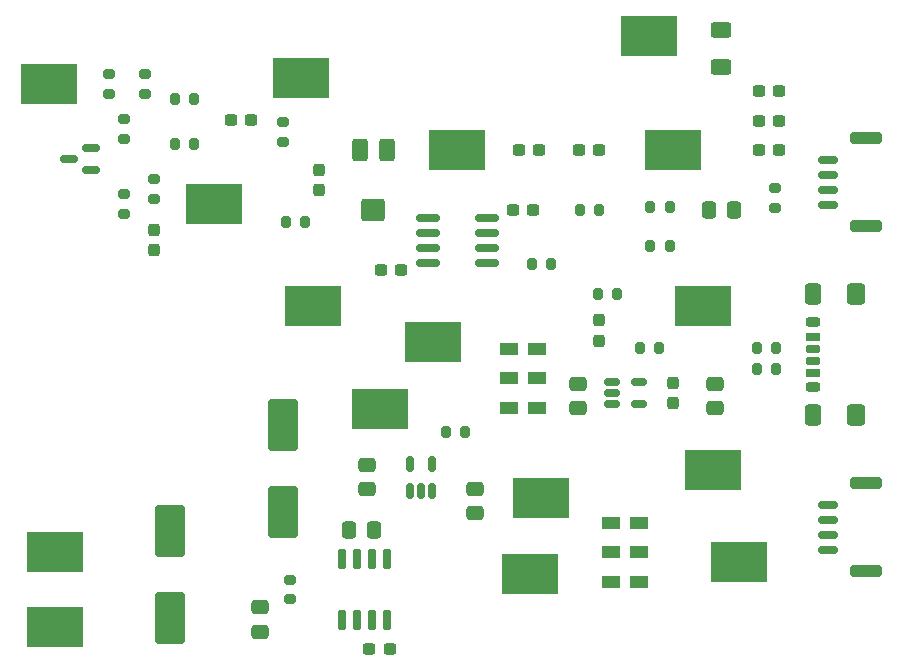
<source format=gtp>
%TF.GenerationSoftware,KiCad,Pcbnew,9.0.7*%
%TF.CreationDate,2026-02-16T22:08:23-05:00*%
%TF.ProjectId,Microphone_V3,4d696372-6f70-4686-9f6e-655f56332e6b,rev?*%
%TF.SameCoordinates,Original*%
%TF.FileFunction,Paste,Top*%
%TF.FilePolarity,Positive*%
%FSLAX46Y46*%
G04 Gerber Fmt 4.6, Leading zero omitted, Abs format (unit mm)*
G04 Created by KiCad (PCBNEW 9.0.7) date 2026-02-16 22:08:23*
%MOMM*%
%LPD*%
G01*
G04 APERTURE LIST*
G04 Aperture macros list*
%AMRoundRect*
0 Rectangle with rounded corners*
0 $1 Rounding radius*
0 $2 $3 $4 $5 $6 $7 $8 $9 X,Y pos of 4 corners*
0 Add a 4 corners polygon primitive as box body*
4,1,4,$2,$3,$4,$5,$6,$7,$8,$9,$2,$3,0*
0 Add four circle primitives for the rounded corners*
1,1,$1+$1,$2,$3*
1,1,$1+$1,$4,$5*
1,1,$1+$1,$6,$7*
1,1,$1+$1,$8,$9*
0 Add four rect primitives between the rounded corners*
20,1,$1+$1,$2,$3,$4,$5,0*
20,1,$1+$1,$4,$5,$6,$7,0*
20,1,$1+$1,$6,$7,$8,$9,0*
20,1,$1+$1,$8,$9,$2,$3,0*%
G04 Aperture macros list end*
%ADD10RoundRect,0.200000X0.200000X0.275000X-0.200000X0.275000X-0.200000X-0.275000X0.200000X-0.275000X0*%
%ADD11R,4.699000X3.429000*%
%ADD12RoundRect,0.200000X-0.200000X-0.275000X0.200000X-0.275000X0.200000X0.275000X-0.200000X0.275000X0*%
%ADD13RoundRect,0.237500X0.300000X0.237500X-0.300000X0.237500X-0.300000X-0.237500X0.300000X-0.237500X0*%
%ADD14RoundRect,0.237500X0.237500X-0.300000X0.237500X0.300000X-0.237500X0.300000X-0.237500X-0.300000X0*%
%ADD15RoundRect,0.200000X-0.275000X0.200000X-0.275000X-0.200000X0.275000X-0.200000X0.275000X0.200000X0*%
%ADD16RoundRect,0.237500X-0.237500X0.300000X-0.237500X-0.300000X0.237500X-0.300000X0.237500X0.300000X0*%
%ADD17RoundRect,0.250000X-0.337500X-0.475000X0.337500X-0.475000X0.337500X0.475000X-0.337500X0.475000X0*%
%ADD18RoundRect,0.250000X0.475000X-0.337500X0.475000X0.337500X-0.475000X0.337500X-0.475000X-0.337500X0*%
%ADD19RoundRect,0.200000X0.275000X-0.200000X0.275000X0.200000X-0.275000X0.200000X-0.275000X-0.200000X0*%
%ADD20RoundRect,0.250000X-0.400000X-0.700000X0.400000X-0.700000X0.400000X0.700000X-0.400000X0.700000X0*%
%ADD21RoundRect,0.250000X-0.750000X-0.700000X0.750000X-0.700000X0.750000X0.700000X-0.750000X0.700000X0*%
%ADD22RoundRect,0.150000X0.587500X0.150000X-0.587500X0.150000X-0.587500X-0.150000X0.587500X-0.150000X0*%
%ADD23RoundRect,0.237500X-0.300000X-0.237500X0.300000X-0.237500X0.300000X0.237500X-0.300000X0.237500X0*%
%ADD24RoundRect,0.150000X-0.512500X-0.150000X0.512500X-0.150000X0.512500X0.150000X-0.512500X0.150000X0*%
%ADD25R,1.600000X1.000000*%
%ADD26RoundRect,0.237500X0.237500X-0.287500X0.237500X0.287500X-0.237500X0.287500X-0.237500X-0.287500X0*%
%ADD27RoundRect,0.250000X1.000000X-1.950000X1.000000X1.950000X-1.000000X1.950000X-1.000000X-1.950000X0*%
%ADD28RoundRect,0.175000X0.425000X-0.175000X0.425000X0.175000X-0.425000X0.175000X-0.425000X-0.175000X0*%
%ADD29RoundRect,0.190000X-0.410000X0.190000X-0.410000X-0.190000X0.410000X-0.190000X0.410000X0.190000X0*%
%ADD30RoundRect,0.200000X-0.400000X0.200000X-0.400000X-0.200000X0.400000X-0.200000X0.400000X0.200000X0*%
%ADD31RoundRect,0.175000X-0.425000X0.175000X-0.425000X-0.175000X0.425000X-0.175000X0.425000X0.175000X0*%
%ADD32RoundRect,0.190000X0.410000X-0.190000X0.410000X0.190000X-0.410000X0.190000X-0.410000X-0.190000X0*%
%ADD33RoundRect,0.200000X0.400000X-0.200000X0.400000X0.200000X-0.400000X0.200000X-0.400000X-0.200000X0*%
%ADD34RoundRect,0.250000X0.425000X-0.650000X0.425000X0.650000X-0.425000X0.650000X-0.425000X-0.650000X0*%
%ADD35RoundRect,0.250000X0.500000X-0.650000X0.500000X0.650000X-0.500000X0.650000X-0.500000X-0.650000X0*%
%ADD36RoundRect,0.150000X0.700000X-0.150000X0.700000X0.150000X-0.700000X0.150000X-0.700000X-0.150000X0*%
%ADD37RoundRect,0.250000X1.100000X-0.250000X1.100000X0.250000X-1.100000X0.250000X-1.100000X-0.250000X0*%
%ADD38RoundRect,0.150000X-0.825000X-0.150000X0.825000X-0.150000X0.825000X0.150000X-0.825000X0.150000X0*%
%ADD39RoundRect,0.150000X0.150000X-0.725000X0.150000X0.725000X-0.150000X0.725000X-0.150000X-0.725000X0*%
%ADD40RoundRect,0.150000X0.150000X-0.512500X0.150000X0.512500X-0.150000X0.512500X-0.150000X-0.512500X0*%
%ADD41RoundRect,0.250000X0.625000X-0.400000X0.625000X0.400000X-0.625000X0.400000X-0.625000X-0.400000X0*%
G04 APERTURE END LIST*
D10*
%TO.C,R1*%
X201251000Y-90896000D03*
X199601000Y-90896000D03*
%TD*%
D11*
%TO.C,TP14*%
X190500000Y-64516000D03*
%TD*%
D12*
%TO.C,R12*%
X150305000Y-73660000D03*
X151955000Y-73660000D03*
%TD*%
D13*
%TO.C,C19*%
X201522500Y-74168000D03*
X199797500Y-74168000D03*
%TD*%
D11*
%TO.C,TP16*%
X195072000Y-87376000D03*
%TD*%
%TO.C,TP7*%
X174244000Y-74168000D03*
%TD*%
D14*
%TO.C,C8*%
X162560000Y-77570500D03*
X162560000Y-75845500D03*
%TD*%
D15*
%TO.C,R6*%
X146050000Y-71565000D03*
X146050000Y-73215000D03*
%TD*%
D16*
%TO.C,C3*%
X148590000Y-80925500D03*
X148590000Y-82650500D03*
%TD*%
D17*
%TO.C,C9*%
X165078500Y-106299000D03*
X167153500Y-106299000D03*
%TD*%
D18*
%TO.C,C15*%
X157512000Y-114929500D03*
X157512000Y-112854500D03*
%TD*%
D12*
%TO.C,R19*%
X184595000Y-79248000D03*
X186245000Y-79248000D03*
%TD*%
D19*
%TO.C,R8*%
X147828000Y-69405000D03*
X147828000Y-67755000D03*
%TD*%
D10*
%TO.C,R10*%
X187789000Y-86360000D03*
X186139000Y-86360000D03*
%TD*%
D20*
%TO.C,RV1*%
X168282000Y-74158000D03*
D21*
X167132000Y-79258000D03*
D20*
X165982000Y-74158000D03*
%TD*%
D18*
%TO.C,C14*%
X166624000Y-102891500D03*
X166624000Y-100816500D03*
%TD*%
D11*
%TO.C,TP4*%
X140208000Y-108204000D03*
%TD*%
%TO.C,TP2*%
X153670000Y-78740000D03*
%TD*%
D10*
%TO.C,R2*%
X201251000Y-92674000D03*
X199601000Y-92674000D03*
%TD*%
D18*
%TO.C,C4*%
X184424000Y-96003500D03*
X184424000Y-93928500D03*
%TD*%
D22*
%TO.C,Q1*%
X143237500Y-75850000D03*
X143237500Y-73950000D03*
X141362500Y-74900000D03*
%TD*%
D23*
%TO.C,C6*%
X178969500Y-79248000D03*
X180694500Y-79248000D03*
%TD*%
D24*
%TO.C,U1*%
X187330500Y-93762000D03*
X187330500Y-94712000D03*
X187330500Y-95662000D03*
X189605500Y-95662000D03*
X189605500Y-93762000D03*
%TD*%
D25*
%TO.C,SW1*%
X181000000Y-90972000D03*
X181000000Y-93472000D03*
X181000000Y-95972000D03*
X178600000Y-90972000D03*
X178600000Y-93472000D03*
X178600000Y-95972000D03*
%TD*%
D19*
%TO.C,R22*%
X201168000Y-79057000D03*
X201168000Y-77407000D03*
%TD*%
D11*
%TO.C,TP8*%
X167672000Y-96112000D03*
%TD*%
D15*
%TO.C,R7*%
X146050000Y-77915000D03*
X146050000Y-79565000D03*
%TD*%
D23*
%TO.C,C11*%
X179477500Y-74168000D03*
X181202500Y-74168000D03*
%TD*%
D11*
%TO.C,TP15*%
X195900000Y-101216000D03*
%TD*%
%TO.C,TP9*%
X140208000Y-114554000D03*
%TD*%
D26*
%TO.C,D1*%
X186202000Y-90283000D03*
X186202000Y-88533000D03*
%TD*%
D19*
%TO.C,R5*%
X144780000Y-69405000D03*
X144780000Y-67755000D03*
%TD*%
D11*
%TO.C,TP5*%
X180372000Y-110082000D03*
%TD*%
D13*
%TO.C,C20*%
X201522500Y-71658000D03*
X199797500Y-71658000D03*
%TD*%
D12*
%TO.C,R20*%
X190564000Y-78994000D03*
X192214000Y-78994000D03*
%TD*%
D11*
%TO.C,TP13*%
X192532000Y-74168000D03*
%TD*%
D12*
%TO.C,R11*%
X150305000Y-69850000D03*
X151955000Y-69850000D03*
%TD*%
D11*
%TO.C,TP3*%
X161036000Y-68072000D03*
%TD*%
D10*
%TO.C,R18*%
X182181000Y-83820000D03*
X180531000Y-83820000D03*
%TD*%
D27*
%TO.C,C17*%
X149892000Y-113782000D03*
X149892000Y-106382000D03*
%TD*%
D23*
%TO.C,C7*%
X167793500Y-84328000D03*
X169518500Y-84328000D03*
%TD*%
%TO.C,C12*%
X184557500Y-74168000D03*
X186282500Y-74168000D03*
%TD*%
D15*
%TO.C,R16*%
X160052000Y-110527000D03*
X160052000Y-112177000D03*
%TD*%
D27*
%TO.C,C16*%
X159512000Y-104792000D03*
X159512000Y-97392000D03*
%TD*%
D12*
%TO.C,R14*%
X159703000Y-80264000D03*
X161353000Y-80264000D03*
%TD*%
D17*
%TO.C,C18*%
X195558500Y-79248000D03*
X197633500Y-79248000D03*
%TD*%
D15*
%TO.C,R13*%
X159512000Y-71819000D03*
X159512000Y-73469000D03*
%TD*%
D28*
%TO.C,J1*%
X204349500Y-91995000D03*
D29*
X204349500Y-89975000D03*
D30*
X204349500Y-88745000D03*
D31*
X204349500Y-90995000D03*
D32*
X204349500Y-93015000D03*
D33*
X204349500Y-94245000D03*
D34*
X204404500Y-96620000D03*
D35*
X207984500Y-96620000D03*
D34*
X204404500Y-86370000D03*
D35*
X207984500Y-86370000D03*
%TD*%
D11*
%TO.C,TP12*%
X198068000Y-109004000D03*
%TD*%
D23*
%TO.C,C5*%
X155093500Y-71628000D03*
X156818500Y-71628000D03*
%TD*%
D36*
%TO.C,J3*%
X205650000Y-78765000D03*
X205650000Y-77515000D03*
X205650000Y-76265000D03*
X205650000Y-75015000D03*
D37*
X208850000Y-80615000D03*
X208850000Y-73165000D03*
%TD*%
D38*
%TO.C,U2*%
X171769000Y-79883000D03*
X171769000Y-81153000D03*
X171769000Y-82423000D03*
X171769000Y-83693000D03*
X176719000Y-83693000D03*
X176719000Y-82423000D03*
X176719000Y-81153000D03*
X176719000Y-79883000D03*
%TD*%
D15*
%TO.C,R9*%
X148590000Y-76645000D03*
X148590000Y-78295000D03*
%TD*%
D39*
%TO.C,U3*%
X164497000Y-113927000D03*
X165767000Y-113927000D03*
X167037000Y-113927000D03*
X168307000Y-113927000D03*
X168307000Y-108777000D03*
X167037000Y-108777000D03*
X165767000Y-108777000D03*
X164497000Y-108777000D03*
%TD*%
D40*
%TO.C,U4*%
X170246000Y-102991500D03*
X171196000Y-102991500D03*
X172146000Y-102991500D03*
X172146000Y-100716500D03*
X170246000Y-100716500D03*
%TD*%
D10*
%TO.C,R17*%
X174937000Y-97992000D03*
X173287000Y-97992000D03*
%TD*%
D11*
%TO.C,TP1*%
X139700000Y-68580000D03*
%TD*%
%TO.C,TP6*%
X181312000Y-103592000D03*
%TD*%
%TO.C,TP11*%
X162052000Y-87376000D03*
%TD*%
D13*
%TO.C,C13*%
X168534500Y-116432000D03*
X166809500Y-116432000D03*
%TD*%
D36*
%TO.C,J2*%
X205650000Y-107975000D03*
X205650000Y-106725000D03*
X205650000Y-105475000D03*
X205650000Y-104225000D03*
D37*
X208850000Y-109825000D03*
X208850000Y-102375000D03*
%TD*%
D11*
%TO.C,TP10*%
X172212000Y-90424000D03*
%TD*%
D41*
%TO.C,R23*%
X196596000Y-67082000D03*
X196596000Y-63982000D03*
%TD*%
D12*
%TO.C,R4*%
X189675000Y-90932000D03*
X191325000Y-90932000D03*
%TD*%
D25*
%TO.C,SW2*%
X187268000Y-110704000D03*
X187268000Y-108204000D03*
X187268000Y-105704000D03*
X189668000Y-110704000D03*
X189668000Y-108204000D03*
X189668000Y-105704000D03*
%TD*%
D18*
%TO.C,C10*%
X175768000Y-104923500D03*
X175768000Y-102848500D03*
%TD*%
D13*
%TO.C,C21*%
X201522500Y-69148000D03*
X199797500Y-69148000D03*
%TD*%
D18*
%TO.C,C1*%
X196088000Y-96033500D03*
X196088000Y-93958500D03*
%TD*%
D12*
%TO.C,R21*%
X190564000Y-82296000D03*
X192214000Y-82296000D03*
%TD*%
D14*
%TO.C,C2*%
X192532000Y-95574500D03*
X192532000Y-93849500D03*
%TD*%
M02*

</source>
